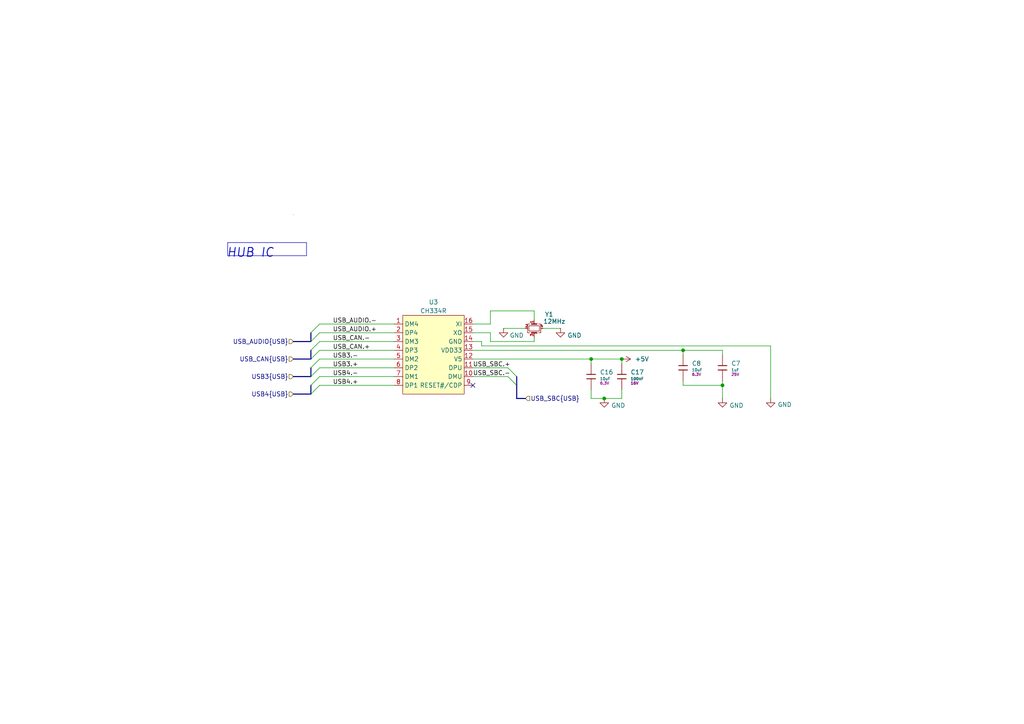
<source format=kicad_sch>
(kicad_sch (version 20231120) (generator "eeschema") (generator_version "8.0")
  (paper "A4")
  (lib_symbols
    (symbol "Device:Crystal_GND24_Small" (pin_names (offset 1.016) hide)
      (property "Reference" "Y" (at 1.27 4.445 0))
      (property "Value" "Crystal_GND24_Small" (at 1.27 2.54 0))
      (symbol "Crystal_GND24_Small_0_1"
        (rectangle (start -0.762 -1.524) (end 0.762 1.524))
        (polyline (pts (xy -1.27 -0.762) (xy -1.27 0.762)) (stroke (width 0.381)))
        (polyline (pts (xy 1.27 -0.762) (xy 1.27 0.762)) (stroke (width 0.381)))
        (polyline (pts (xy -1.27 -1.27) (xy -1.27 -1.905) (xy 1.27 -1.905) (xy 1.27 -1.27)))
        (polyline (pts (xy -1.27 1.27) (xy -1.27 1.905) (xy 1.27 1.905) (xy 1.27 1.27)))
      )
      (symbol "Crystal_GND24_Small_1_1"
        (pin passive line (at -2.54 0 0) (length 1.27) (name "1") (number "1"))
        (pin passive line (at 0 -2.54 90) (length 0.635) (name "2") (number "2"))
        (pin passive line (at 2.54 0 180) (length 1.27) (name "3") (number "3"))
        (pin passive line (at 0 2.54 270) (length 0.635) (name "4") (number "4"))
      )
    )
    (symbol "GND_1" (power) (pin_numbers hide) (pin_names (offset 0) hide)
      (property "Value" "GND" (at 0 -3.81 0))
      (symbol "GND_1_0_1"
        (polyline (pts (xy 0 0) (xy 0 -1.27) (xy 1.27 -1.27) (xy 0 -2.54) (xy -1.27 -1.27) (xy 0 -1.27)))
      )
      (symbol "GND_1_1_1"
        (pin power_in line (at 0 0 270) (length 0) (name "~") (number "1"))
      )
    )
    (symbol "PCM_JLCPCB-Capacitors:0402,100nF" (pin_numbers hide) (pin_names (offset 0))
      (property "Reference" "C" (at 2.032 1.668 0))
      (property "Value" "100nF" (at 2.032 -0.3782 0))
      (property "Voltage Rated" "16V" (at 2.032 -2.0462 0))
      (symbol "0402,100nF_0_1"
        (polyline (pts (xy -1.27 -0.635) (xy 1.27 -0.635)) (stroke (width 0.254)))
        (polyline (pts (xy -1.27 0.635) (xy 1.27 0.635)) (stroke (width 0.254)))
      )
      (symbol "0402,100nF_1_1"
        (pin passive line (at 0 3.81 270) (length 3.175) (name "~") (number "1"))
        (pin passive line (at 0 -3.81 90) (length 3.175) (name "~") (number "2"))
      )
    )
    (symbol "PCM_JLCPCB-Capacitors:0402,10uF" (pin_numbers hide) (pin_names (offset 0))
      (property "Reference" "C" (at 2.032 1.668 0))
      (property "Value" "10uF" (at 2.032 -0.3782 0))
      (property "Voltage Rated" "6.3V" (at 2.032 -2.0462 0))
      (symbol "0402,10uF_0_1"
        (polyline (pts (xy -1.27 -0.635) (xy 1.27 -0.635)) (stroke (width 0.254)))
        (polyline (pts (xy -1.27 0.635) (xy 1.27 0.635)) (stroke (width 0.254)))
      )
      (symbol "0402,10uF_1_1"
        (pin passive line (at 0 3.81 270) (length 3.175) (name "~") (number "1"))
        (pin passive line (at 0 -3.81 90) (length 3.175) (name "~") (number "2"))
      )
    )
    (symbol "PCM_JLCPCB-Capacitors:0402,1uF" (pin_numbers hide) (pin_names (offset 0))
      (property "Reference" "C" (at 2.032 1.668 0))
      (property "Value" "1uF" (at 2.032 -0.3782 0))
      (property "Voltage Rated" "25V" (at 2.032 -2.0462 0))
      (symbol "0402,1uF_0_1"
        (polyline (pts (xy -1.27 -0.635) (xy 1.27 -0.635)) (stroke (width 0.254)))
        (polyline (pts (xy -1.27 0.635) (xy 1.27 0.635)) (stroke (width 0.254)))
      )
      (symbol "0402,1uF_1_1"
        (pin passive line (at 0 3.81 270) (length 3.175) (name "~") (number "1"))
        (pin passive line (at 0 -3.81 90) (length 3.175) (name "~") (number "2"))
      )
    )
    (symbol "WCH_USB:CH334R"
      (property "Reference" "U" (at 0 3.81 0))
      (property "Value" "CH334R" (at 0 1.27 0))
      (symbol "CH334R_0_1"
        (rectangle (start -8.89 0) (end 8.89 -22.86) (stroke (width 0.1524)) (fill (type background)))
      )
      (symbol "CH334R_1_1"
        (pin bidirectional line (at -11.43 -2.54 0) (length 2.54) (name "DM4") (number "1"))
        (pin bidirectional line (at 11.43 -17.78 180) (length 2.54) (name "DMU") (number "10"))
        (pin bidirectional line (at 11.43 -15.24 180) (length 2.54) (name "DPU") (number "11"))
        (pin power_in line (at 11.43 -12.7 180) (length 2.54) (name "V5") (number "12"))
        (pin power_out line (at 11.43 -10.16 180) (length 2.54) (name "VDD33") (number "13"))
        (pin power_in line (at 11.43 -7.62 180) (length 2.54) (name "GND") (number "14"))
        (pin bidirectional line (at 11.43 -5.08 180) (length 2.54) (name "XO") (number "15"))
        (pin bidirectional line (at 11.43 -2.54 180) (length 2.54) (name "XI") (number "16"))
        (pin bidirectional line (at -11.43 -5.08 0) (length 2.54) (name "DP4") (number "2"))
        (pin bidirectional line (at -11.43 -7.62 0) (length 2.54) (name "DM3") (number "3"))
        (pin bidirectional line (at -11.43 -10.16 0) (length 2.54) (name "DP3") (number "4"))
        (pin bidirectional line (at -11.43 -12.7 0) (length 2.54) (name "DM2") (number "5"))
        (pin bidirectional line (at -11.43 -15.24 0) (length 2.54) (name "DP2") (number "6"))
        (pin bidirectional line (at -11.43 -17.78 0) (length 2.54) (name "DM1") (number "7"))
        (pin bidirectional line (at -11.43 -20.32 0) (length 2.54) (name "DP1") (number "8"))
        (pin bidirectional line (at 11.43 -20.32 180) (length 2.54) (name "RESET#/CDP") (number "9"))
      )
    )
    (symbol "power:+5V" (power) (pin_numbers hide) (pin_names (offset 0) hide)
      (property "Value" "+5V" (at 0 3.556 0))
      (symbol "+5V_0_1"
        (polyline (pts (xy -0.762 1.27) (xy 0 2.54)))
        (polyline (pts (xy 0 0) (xy 0 2.54)))
        (polyline (pts (xy 0 2.54) (xy 0.762 1.27)))
      )
      (symbol "+5V_1_1"
        (pin power_in line (at 0 0 90) (length 0) (name "~") (number "1"))
      )
    )
    (symbol "power:GND" (power) (pin_numbers hide) (pin_names (offset 0) hide)
      (property "Value" "GND" (at 0 -3.81 0))
      (symbol "GND_0_1"
        (polyline (pts (xy 0 0) (xy 0 -1.27) (xy 1.27 -1.27) (xy 0 -2.54) (xy -1.27 -1.27) (xy 0 -1.27)))
      )
      (symbol "GND_1_1"
        (pin power_in line (at 0 0 270) (length 0) (name "~") (number "1"))
      )
    )
  )
  (junction (at 209.55 111.76))
  (junction (at 171.45 104.14))
  (junction (at 175.26 115.57))
  (junction (at 180.34 104.14))
  (junction (at 198.12 101.6))
  (no_connect (at 137.16 111.76))
  (bus_entry (at 90.17 96.52) (size 2.54 -2.54))
  (bus_entry (at 149.86 111.76) (size -2.54 -2.54))
  (bus_entry (at 90.17 104.14) (size 2.54 -2.54))
  (bus_entry (at 90.17 109.22) (size 2.54 -2.54))
  (bus_entry (at 90.17 99.06) (size 2.54 -2.54))
  (bus_entry (at 90.17 114.3) (size 2.54 -2.54))
  (bus_entry (at 149.86 109.22) (size -2.54 -2.54))
  (bus_entry (at 90.17 101.6) (size 2.54 -2.54))
  (bus_entry (at 90.17 106.68) (size 2.54 -2.54))
  (bus_entry (at 90.17 111.76) (size 2.54 -2.54))
  (wire (pts (xy 154.94 99.06) (xy 142.24 99.06)))
  (wire (pts (xy 142.24 90.17) (xy 142.24 93.98)))
  (wire (pts (xy 137.16 106.68) (xy 147.32 106.68)))
  (bus (pts (xy 149.86 111.76) (xy 149.86 115.57)))
  (wire (pts (xy 209.55 101.6) (xy 209.55 102.87)))
  (wire (pts (xy 171.45 104.14) (xy 171.45 105.41)))
  (wire (pts (xy 198.12 101.6) (xy 209.55 101.6)))
  (wire (pts (xy 92.71 109.22) (xy 114.3 109.22)))
  (wire (pts (xy 154.94 90.17) (xy 142.24 90.17)))
  (wire (pts (xy 180.34 113.03) (xy 180.34 115.57)))
  (wire (pts (xy 92.71 101.6) (xy 114.3 101.6)))
  (bus (pts (xy 90.17 109.22) (xy 85.09 109.22)))
  (wire (pts (xy 92.71 99.06) (xy 114.3 99.06)))
  (wire (pts (xy 142.24 96.52) (xy 137.16 96.52)))
  (wire (pts (xy 175.26 115.57) (xy 180.34 115.57)))
  (bus (pts (xy 90.17 114.3) (xy 85.09 114.3)))
  (wire (pts (xy 198.12 111.76) (xy 209.55 111.76)))
  (wire (pts (xy 180.34 104.14) (xy 171.45 104.14)))
  (wire (pts (xy 139.7 99.06) (xy 139.7 100.33)))
  (wire (pts (xy 157.48 95.25) (xy 162.56 95.25)))
  (wire (pts (xy 198.12 101.6) (xy 198.12 102.87)))
  (wire (pts (xy 137.16 99.06) (xy 139.7 99.06)))
  (wire (pts (xy 137.16 101.6) (xy 198.12 101.6)))
  (wire (pts (xy 147.32 109.22) (xy 137.16 109.22)))
  (bus (pts (xy 90.17 104.14) (xy 85.09 104.14)))
  (wire (pts (xy 209.55 115.57) (xy 209.55 111.76)))
  (wire (pts (xy 92.71 104.14) (xy 114.3 104.14)))
  (bus (pts (xy 90.17 106.68) (xy 90.17 109.22)))
  (bus (pts (xy 90.17 99.06) (xy 85.09 99.06)))
  (wire (pts (xy 223.52 100.33) (xy 223.52 115.57)))
  (bus (pts (xy 149.86 109.22) (xy 149.86 111.76)))
  (bus (pts (xy 90.17 101.6) (xy 90.17 104.14)))
  (wire (pts (xy 152.4 95.25) (xy 146.05 95.25)))
  (wire (pts (xy 92.71 93.98) (xy 114.3 93.98)))
  (wire (pts (xy 92.71 96.52) (xy 114.3 96.52)))
  (wire (pts (xy 175.26 115.57) (xy 171.45 115.57)))
  (wire (pts (xy 92.71 111.76) (xy 114.3 111.76)))
  (wire (pts (xy 209.55 110.49) (xy 209.55 111.76)))
  (wire (pts (xy 92.71 106.68) (xy 114.3 106.68)))
  (wire (pts (xy 180.34 105.41) (xy 180.34 104.14)))
  (wire (pts (xy 171.45 104.14) (xy 137.16 104.14)))
  (wire (pts (xy 171.45 113.03) (xy 171.45 115.57)))
  (wire (pts (xy 142.24 99.06) (xy 142.24 96.52)))
  (bus (pts (xy 149.86 115.57) (xy 152.4 115.57)))
  (wire (pts (xy 198.12 110.49) (xy 198.12 111.76)))
  (wire (pts (xy 223.52 100.33) (xy 139.7 100.33)))
  (wire (pts (xy 154.94 97.79) (xy 154.94 99.06)))
  (wire (pts (xy 154.94 92.71) (xy 154.94 90.17)))
  (bus (pts (xy 90.17 111.76) (xy 90.17 114.3)))
  (wire (pts (xy 142.24 93.98) (xy 137.16 93.98)))
  (bus (pts (xy 90.17 96.52) (xy 90.17 99.06)))
  (rectangle (start 66.04 70.358) (end 88.9 74.168))
  (rectangle (start 85.09 62.23) (end 85.09 62.23))
  (text "HUB IC\n" (at 72.644 73.406 0) (effects (font (size 2.54 2.54) (thickness 0.254) (bold yes) (italic yes))))
  (label "USB_CAN.+" (at 96.52 101.6 0))
  (label "USB3.+" (at 96.52 106.68 0))
  (label "USB_SBC.+" (at 137.16 106.68 0))
  (label "USB_SBC.-" (at 137.16 109.22 0))
  (label "USB4.-" (at 96.52 109.22 0))
  (label "USB_AUDIO.+" (at 96.52 96.52 0))
  (label "USB_CAN.-" (at 96.52 99.06 0))
  (label "USB3.-" (at 96.52 104.14 0))
  (label "USB_AUDIO.-" (at 96.52 93.98 0))
  (label "USB4.+" (at 96.52 111.76 0))
  (hierarchical_label "USB4{USB}" (shape input) (at 85.09 114.3 180))
  (hierarchical_label "USB3{USB}" (shape input) (at 85.09 109.22 180))
  (hierarchical_label "USB_SBC{USB}" (shape input) (at 152.4 115.57 0))
  (hierarchical_label "USB_CAN{USB}" (shape input) (at 85.09 104.14 180))
  (hierarchical_label "USB_AUDIO{USB}" (shape input) (at 85.09 99.06 180))
  (symbol (lib_id "Device:Crystal_GND24_Small") (at 154.94 95.25 270) (unit 1)
    (property "Reference" "Y1" (at 159.258 91.186 90))
    (property "Value" "12MHz" (at 160.782 93.218 90))
    (property "Footprint" "Crystal:Crystal_SMD_3225-4Pin_3.2x2.5mm" (effects (hide yes)))
  )
  (symbol (lib_id "PCM_JLCPCB-Capacitors:0402,10uF") (at 198.12 106.68 0) (unit 1)
    (property "Reference" "C8" (at 200.66 105.41 0) (effects (justify left)))
    (property "Value" "10uF" (at 200.66 107.315 0) (effects (font (size 0.8 0.8)) (justify left)))
    (property "Footprint" "PCM_JLCPCB:C_0402" (effects (hide yes)))
    (property "Datasheet" "https://www.lcsc.com/datasheet/lcsc_datasheet_2208231630_Samsung-Electro-Mechanics-CL05A106MQ5NUNC_C15525.pdf" (effects (hide yes)))
    (property "Description" "6.3V 10uF X5R ±20% 0402 Multilayer Ceramic Capacitors MLCC - SMD/SMT ROHS" (effects (hide yes)))
    (property "LCSC" "C15525" (effects (hide yes)))
    (property "Stock" "9197991" (effects (hide yes)))
    (property "Price" "0.007USD" (effects (hide yes)))
    (property "Process" "SMT" (effects (hide yes)))
    (property "Minimum Qty" "20" (effects (hide yes)))
    (property "Attrition Qty" "10" (effects (hide yes)))
    (property "Class" "Basic Component" (effects (hide yes)))
    (property "Category" "Capacitors,Multilayer Ceramic Capacitors MLCC - SMD/SMT" (effects (hide yes)))
    (property "Manufacturer" "Samsung Electro-Mechanics" (effects (hide yes)))
    (property "Part" "CL05A106MQ5NUNC" (effects (hide yes)))
    (property "Voltage Rated" "6.3V" (at 200.66 108.585 0) (effects (font (size 0.8 0.8)) (justify left)))
    (property "Tolerance" "±20%" (effects (hide yes)))
    (property "Capacitance" "10uF" (effects (hide yes)))
    (property "Temperature Coefficient" "X5R" (effects (hide yes)))
  )
  (symbol (lib_name "GND_1") (lib_id "power:GND") (at 209.55 115.57 0) (unit 1)
    (property "Reference" "#PWR024" (effects (hide yes)))
    (property "Value" "GND" (at 213.614 117.602 0))
    (property "Description" "Power symbol creates a global label with name \"GND\" , ground" (effects (hide yes)))
  )
  (symbol (lib_id "PCM_JLCPCB-Capacitors:0402,10uF") (at 171.45 109.22 0) (unit 1)
    (property "Reference" "C16" (at 173.99 107.95 0) (effects (justify left)))
    (property "Value" "10uF" (at 173.99 109.855 0) (effects (font (size 0.8 0.8)) (justify left)))
    (property "Footprint" "PCM_JLCPCB:C_0402" (effects (hide yes)))
    (property "Datasheet" "https://www.lcsc.com/datasheet/lcsc_datasheet_2208231630_Samsung-Electro-Mechanics-CL05A106MQ5NUNC_C15525.pdf" (effects (hide yes)))
    (property "Description" "6.3V 10uF X5R ±20% 0402 Multilayer Ceramic Capacitors MLCC - SMD/SMT ROHS" (effects (hide yes)))
    (property "LCSC" "C15525" (effects (hide yes)))
    (property "Stock" "9197991" (effects (hide yes)))
    (property "Price" "0.007USD" (effects (hide yes)))
    (property "Process" "SMT" (effects (hide yes)))
    (property "Minimum Qty" "20" (effects (hide yes)))
    (property "Attrition Qty" "10" (effects (hide yes)))
    (property "Class" "Basic Component" (effects (hide yes)))
    (property "Category" "Capacitors,Multilayer Ceramic Capacitors MLCC - SMD/SMT" (effects (hide yes)))
    (property "Manufacturer" "Samsung Electro-Mechanics" (effects (hide yes)))
    (property "Part" "CL05A106MQ5NUNC" (effects (hide yes)))
    (property "Voltage Rated" "6.3V" (at 173.99 111.125 0) (effects (font (size 0.8 0.8)) (justify left)))
    (property "Tolerance" "±20%" (effects (hide yes)))
    (property "Capacitance" "10uF" (effects (hide yes)))
    (property "Temperature Coefficient" "X5R" (effects (hide yes)))
  )
  (symbol (lib_name "GND_1") (lib_id "power:GND") (at 175.26 115.57 0) (unit 1)
    (property "Reference" "#PWR023" (effects (hide yes)))
    (property "Value" "GND" (at 179.324 117.602 0))
    (property "Description" "Power symbol creates a global label with name \"GND\" , ground" (effects (hide yes)))
  )
  (symbol (lib_id "power:GND") (at 223.52 115.57 0) (unit 1)
    (property "Reference" "#PWR025" (effects (hide yes)))
    (property "Value" "GND" (at 227.584 117.348 0))
    (property "Description" "Power symbol creates a global label with name \"GND\" , ground" (effects (hide yes)))
  )
  (symbol (lib_id "PCM_JLCPCB-Capacitors:0402,1uF") (at 209.55 106.68 0) (unit 1)
    (property "Reference" "C7" (at 212.09 105.41 0) (effects (justify left)))
    (property "Value" "1uF" (at 212.09 107.315 0) (effects (font (size 0.8 0.8)) (justify left)))
    (property "Footprint" "PCM_JLCPCB:C_0402" (effects (hide yes)))
    (property "Datasheet" "https://www.lcsc.com/datasheet/lcsc_datasheet_2304140030_Samsung-Electro-Mechanics-CL05A105KA5NQNC_C52923.pdf" (effects (hide yes)))
    (property "Description" "25V 1uF X5R ±10% 0402 Multilayer Ceramic Capacitors MLCC - SMD/SMT ROHS" (effects (hide yes)))
    (property "LCSC" "C52923" (effects (hide yes)))
    (property "Stock" "8324208" (effects (hide yes)))
    (property "Price" "0.006USD" (effects (hide yes)))
    (property "Process" "SMT" (effects (hide yes)))
    (property "Minimum Qty" "20" (effects (hide yes)))
    (property "Attrition Qty" "10" (effects (hide yes)))
    (property "Class" "Basic Component" (effects (hide yes)))
    (property "Category" "Capacitors,Multilayer Ceramic Capacitors MLCC - SMD/SMT" (effects (hide yes)))
    (property "Manufacturer" "Samsung Electro-Mechanics" (effects (hide yes)))
    (property "Part" "CL05A105KA5NQNC" (effects (hide yes)))
    (property "Voltage Rated" "25V" (at 212.09 108.585 0) (effects (font (size 0.8 0.8)) (justify left)))
    (property "Tolerance" "±10%" (effects (hide yes)))
    (property "Capacitance" "1uF" (effects (hide yes)))
    (property "Temperature Coefficient" "X5R" (effects (hide yes)))
  )
  (symbol (lib_id "WCH_USB:CH334R") (at 125.73 91.44 0) (unit 1)
    (property "Reference" "U3" (at 125.73 87.63 0))
    (property "Value" "CH334R" (at 125.73 90.17 0))
    (property "Footprint" "Package_SO:QSOP-16_3.9x4.9mm_P0.635mm" (effects (hide yes)))
  )
  (symbol (lib_id "PCM_JLCPCB-Capacitors:0402,100nF") (at 180.34 109.22 0) (unit 1)
    (property "Reference" "C17" (at 182.88 107.95 0) (effects (justify left)))
    (property "Value" "100nF" (at 182.88 109.855 0) (effects (font (size 0.8 0.8)) (justify left)))
    (property "Footprint" "PCM_JLCPCB:C_0402" (effects (hide yes)))
    (property "Datasheet" "https://www.lcsc.com/datasheet/lcsc_datasheet_2304140030_Samsung-Electro-Mechanics-CL05B104KO5NNNC_C1525.pdf" (effects (hide yes)))
    (property "Description" "16V 100nF X7R ±10% 0402 Multilayer Ceramic Capacitors MLCC - SMD/SMT ROHS" (effects (hide yes)))
    (property "LCSC" "C1525" (effects (hide yes)))
    (property "Stock" "27771805" (effects (hide yes)))
    (property "Price" "0.004USD" (effects (hide yes)))
    (property "Process" "SMT" (effects (hide yes)))
    (property "Minimum Qty" "20" (effects (hide yes)))
    (property "Attrition Qty" "10" (effects (hide yes)))
    (property "Class" "Basic Component" (effects (hide yes)))
    (property "Category" "Capacitors,Multilayer Ceramic Capacitors MLCC - SMD/SMT" (effects (hide yes)))
    (property "Manufacturer" "Samsung Electro-Mechanics" (effects (hide yes)))
    (property "Part" "CL05B104KO5NNNC" (effects (hide yes)))
    (property "Voltage Rated" "16V" (at 182.88 111.125 0) (effects (font (size 0.8 0.8)) (justify left)))
    (property "Tolerance" "±10%" (effects (hide yes)))
    (property "Capacitance" "100nF" (effects (hide yes)))
    (property "Temperature Coefficient" "X7R" (effects (hide yes)))
  )
  (symbol (lib_name "GND_1") (lib_id "power:GND") (at 146.05 95.25 0) (unit 1)
    (property "Reference" "#PWR010" (effects (hide yes)))
    (property "Value" "GND" (at 149.86 97.282 0))
    (property "Description" "Power symbol creates a global label with name \"GND\" , ground" (effects (hide yes)))
  )
  (symbol (lib_name "GND_1") (lib_id "power:GND") (at 162.56 95.25 0) (unit 1)
    (property "Reference" "#PWR011" (effects (hide yes)))
    (property "Value" "GND" (at 166.624 97.282 0))
    (property "Description" "Power symbol creates a global label with name \"GND\" , ground" (effects (hide yes)))
  )
  (symbol (lib_id "power:+5V") (at 180.34 104.14 270) (unit 1)
    (property "Reference" "#PWR022" (effects (hide yes)))
    (property "Value" "+5V" (at 184.15 104.14 90) (effects (justify left)))
    (property "Description" "Power symbol creates a global label with name \"+5V\"" (effects (hide yes)))
  )
)
</source>
